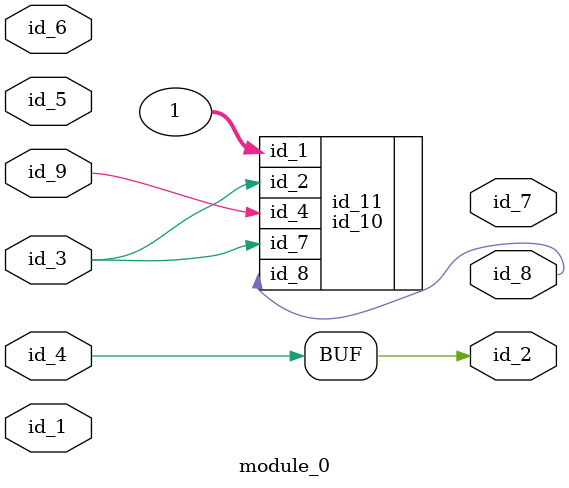
<source format=v>
module module_0 (
    id_1,
    id_2,
    id_3,
    id_4,
    id_5,
    id_6,
    id_7,
    id_8,
    id_9
);
  input id_9;
  output id_8;
  output id_7;
  input id_6;
  input id_5;
  input id_4;
  input id_3;
  output id_2;
  input id_1;
  assign id_8[id_4] = id_5;
  assign id_4 = id_2;
  id_10 id_11 (
      .id_7(id_4),
      .id_4(id_8),
      .id_4(id_9),
      .id_2(id_3),
      .id_1(1),
      .id_8(id_8),
      .id_7(id_3)
  );
endmodule

</source>
